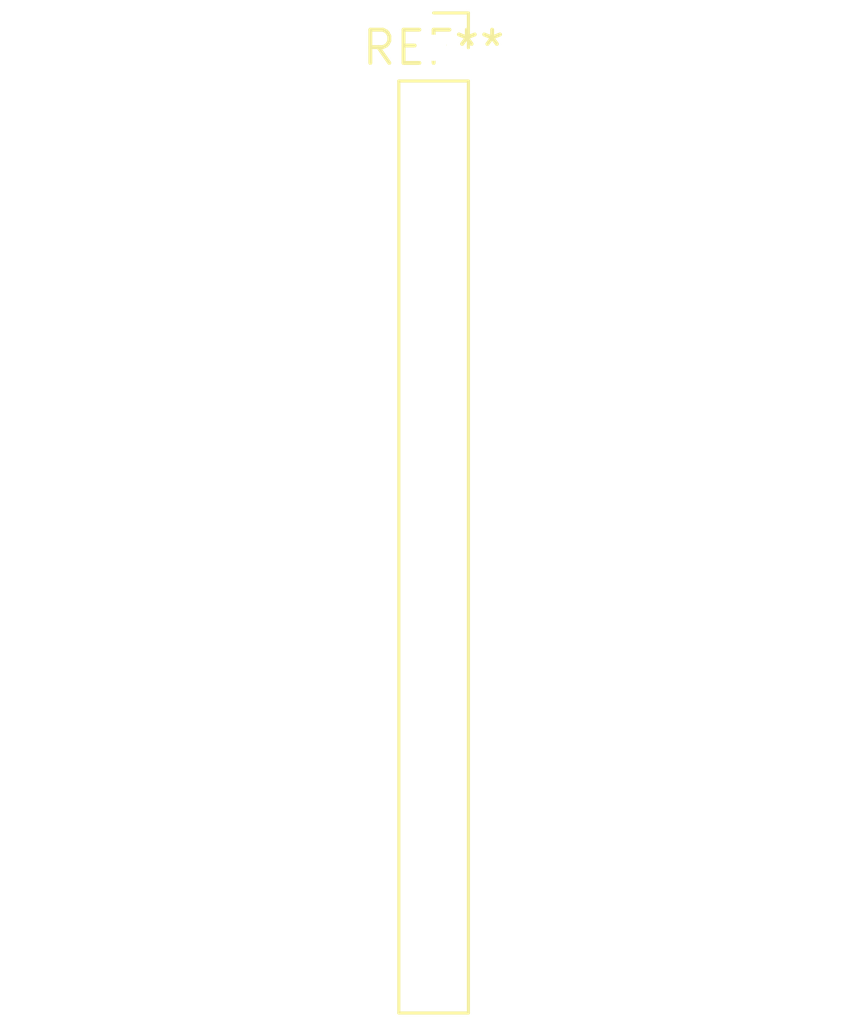
<source format=kicad_pcb>
(kicad_pcb (version 20240108) (generator pcbnew)
  (layers (0 "F.Cu" signal) (31 "B.Cu" signal) (34 "B.Paste" user) (35 "F.Paste" user) (36 "B.SilkS" user "B.Silkscreen") (37 "F.SilkS" user "F.Silkscreen") (38 "B.Mask" user) (39 "F.Mask" user) (44 "Edge.Cuts" user))
  (net 0 "")
  (footprint "PinSocket_1x15_P2.54mm_Vertical" (layer "F.Cu") (at 0 0)
    (property "Reference" "REF**")
    (property "Value" "PinSocket_1x15_P2.54mm_Vertical")
    (fp_line (start -1.33 1.27) (end -1.33 36.89) (layer "F.SilkS") (stroke (width 0.12)))
    (fp_line (start -1.33 1.27) (end 1.33 1.27) (layer "F.SilkS") (stroke (width 0.12)))
    (fp_line (start -1.33 36.89) (end 1.33 36.89) (layer "F.SilkS") (stroke (width 0.12)))
    (fp_line (start 0 -1.33) (end 1.33 -1.33) (layer "F.SilkS") (stroke (width 0.12)))
    (fp_line (start 1.33 -1.33) (end 1.33 0) (layer "F.SilkS") (stroke (width 0.12)))
    (fp_line (start 1.33 1.27) (end 1.33 36.89) (layer "F.SilkS") (stroke (width 0.12)))
    (pad "1" thru_hole rect (at 0 0) (size 1.7 1.7) (drill 1) (layers *.Cu *.Mask) (remove_unused_layers))
    (pad "2" thru_hole oval (at 0 2.54) (size 1.7 1.7) (drill 1) (layers *.Cu *.Mask) (remove_unused_layers))
    (pad "3" thru_hole oval (at 0 5.08) (size 1.7 1.7) (drill 1) (layers *.Cu *.Mask) (remove_unused_layers))
    (pad "4" thru_hole oval (at 0 7.62) (size 1.7 1.7) (drill 1) (layers *.Cu *.Mask) (remove_unused_layers))
    (pad "5" thru_hole oval (at 0 10.16) (size 1.7 1.7) (drill 1) (layers *.Cu *.Mask) (remove_unused_layers))
    (pad "6" thru_hole oval (at 0 12.7) (size 1.7 1.7) (drill 1) (layers *.Cu *.Mask) (remove_unused_layers))
    (pad "7" thru_hole oval (at 0 15.24) (size 1.7 1.7) (drill 1) (layers *.Cu *.Mask) (remove_unused_layers))
    (pad "8" thru_hole oval (at 0 17.78) (size 1.7 1.7) (drill 1) (layers *.Cu *.Mask) (remove_unused_layers))
    (pad "9" thru_hole oval (at 0 20.32) (size 1.7 1.7) (drill 1) (layers *.Cu *.Mask) (remove_unused_layers))
    (pad "10" thru_hole oval (at 0 22.86) (size 1.7 1.7) (drill 1) (layers *.Cu *.Mask) (remove_unused_layers))
    (pad "11" thru_hole oval (at 0 25.4) (size 1.7 1.7) (drill 1) (layers *.Cu *.Mask) (remove_unused_layers))
    (pad "12" thru_hole oval (at 0 27.94) (size 1.7 1.7) (drill 1) (layers *.Cu *.Mask) (remove_unused_layers))
    (pad "13" thru_hole oval (at 0 30.48) (size 1.7 1.7) (drill 1) (layers *.Cu *.Mask) (remove_unused_layers))
    (pad "14" thru_hole oval (at 0 33.02) (size 1.7 1.7) (drill 1) (layers *.Cu *.Mask) (remove_unused_layers))
    (pad "15" thru_hole oval (at 0 35.56) (size 1.7 1.7) (drill 1) (layers *.Cu *.Mask) (remove_unused_layers))
  )
)
</source>
